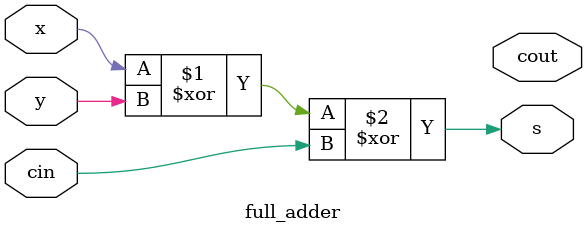
<source format=sv>
`timescale 1ns / 1ps

module full_adder
    (
        input logic cin, //carry in
        input logic x,y, // two numbers being added
        output logic s,
        output logic cout
    );
    assign s = x ^ y ^ cin;
    assign Cout = ((x & y) | (x & cin) | (y & cin));   
endmodule

</source>
